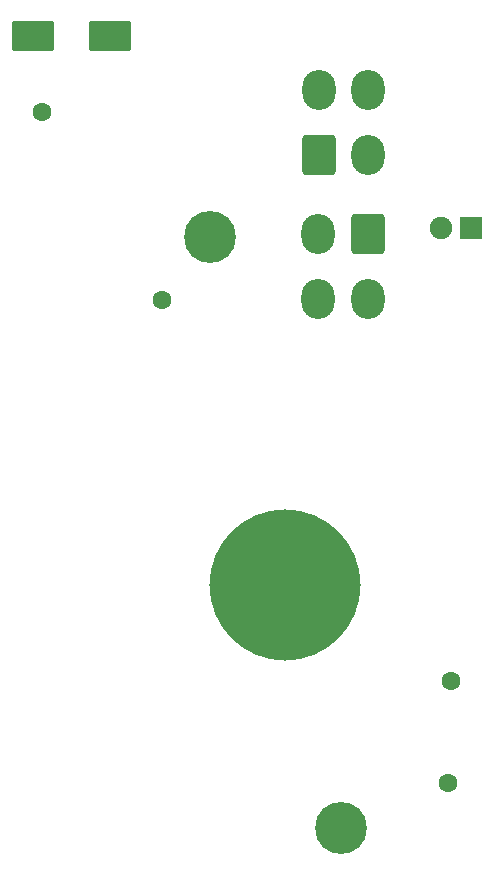
<source format=gbr>
%TF.GenerationSoftware,KiCad,Pcbnew,7.0.1*%
%TF.CreationDate,2023-04-22T13:02:42-08:00*%
%TF.ProjectId,AV COOL PANEL,41562043-4f4f-44c2-9050-414e454c2e6b,3*%
%TF.SameCoordinates,Original*%
%TF.FileFunction,Soldermask,Bot*%
%TF.FilePolarity,Negative*%
%FSLAX46Y46*%
G04 Gerber Fmt 4.6, Leading zero omitted, Abs format (unit mm)*
G04 Created by KiCad (PCBNEW 7.0.1) date 2023-04-22 13:02:42*
%MOMM*%
%LPD*%
G01*
G04 APERTURE LIST*
G04 Aperture macros list*
%AMRoundRect*
0 Rectangle with rounded corners*
0 $1 Rounding radius*
0 $2 $3 $4 $5 $6 $7 $8 $9 X,Y pos of 4 corners*
0 Add a 4 corners polygon primitive as box body*
4,1,4,$2,$3,$4,$5,$6,$7,$8,$9,$2,$3,0*
0 Add four circle primitives for the rounded corners*
1,1,$1+$1,$2,$3*
1,1,$1+$1,$4,$5*
1,1,$1+$1,$6,$7*
1,1,$1+$1,$8,$9*
0 Add four rect primitives between the rounded corners*
20,1,$1+$1,$2,$3,$4,$5,0*
20,1,$1+$1,$4,$5,$6,$7,0*
20,1,$1+$1,$6,$7,$8,$9,0*
20,1,$1+$1,$8,$9,$2,$3,0*%
G04 Aperture macros list end*
%ADD10C,1.600000*%
%ADD11C,12.800000*%
%ADD12RoundRect,0.050000X0.900000X0.900000X-0.900000X0.900000X-0.900000X-0.900000X0.900000X-0.900000X0*%
%ADD13C,1.900000*%
%ADD14RoundRect,0.300000X-1.500000X-1.000000X1.500000X-1.000000X1.500000X1.000000X-1.500000X1.000000X0*%
%ADD15RoundRect,0.300001X-1.099999X-1.399999X1.099999X-1.399999X1.099999X1.399999X-1.099999X1.399999X0*%
%ADD16O,2.800000X3.400000*%
%ADD17C,4.400000*%
%ADD18RoundRect,0.300001X1.099999X1.399999X-1.099999X1.399999X-1.099999X-1.399999X1.099999X-1.399999X0*%
G04 APERTURE END LIST*
D10*
%TO.C,TP2*%
X247960000Y-104090000D03*
%TD*%
%TO.C,TP4*%
X223740000Y-63250000D03*
%TD*%
D11*
%TO.C,H3*%
X234188019Y-87376010D03*
%TD*%
D10*
%TO.C,TP1*%
X248200000Y-95530000D03*
%TD*%
%TO.C,TP3*%
X213580000Y-47290000D03*
%TD*%
D12*
%TO.C,D1*%
X249935000Y-57140000D03*
D13*
X247395000Y-57140000D03*
%TD*%
D14*
%TO.C,C1*%
X212842500Y-40870000D03*
X219342500Y-40870000D03*
%TD*%
D15*
%TO.C,J1*%
X237020000Y-50990000D03*
D16*
X241220000Y-50990000D03*
X237020000Y-45490000D03*
X241220000Y-45490000D03*
%TD*%
D17*
%TO.C,H2*%
X238950519Y-107950010D03*
%TD*%
%TO.C,H1*%
X227838000Y-57912000D03*
%TD*%
D18*
%TO.C,J2*%
X241200000Y-57680000D03*
D16*
X237000000Y-57680000D03*
X241200000Y-63180000D03*
X237000000Y-63180000D03*
%TD*%
M02*

</source>
